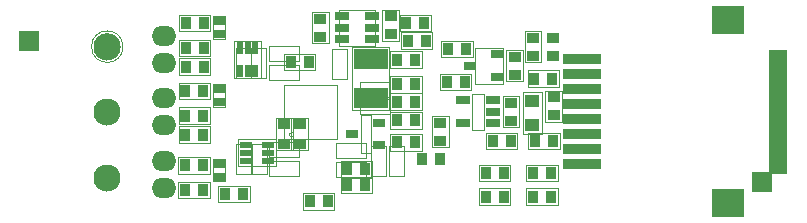
<source format=gts>
G04*
G04 #@! TF.GenerationSoftware,Altium Limited,Altium Designer,24.10.1 (45)*
G04*
G04 Layer_Color=8388736*
%FSLAX44Y44*%
%MOMM*%
G71*
G04*
G04 #@! TF.SameCoordinates,4BF9AD32-D27A-42C2-B849-32530D397306*
G04*
G04*
G04 #@! TF.FilePolarity,Negative*
G04*
G01*
G75*
%ADD11C,0.1000*%
%ADD25R,1.6000X10.5000*%
%ADD26C,0.0100*%
%ADD27R,1.1000X0.8500*%
%ADD28R,3.3032X0.9632*%
%ADD29R,0.8500X1.1000*%
%ADD30R,1.1000X0.8000*%
%ADD31R,1.7032X1.7032*%
%ADD32R,1.0000X0.5000*%
%ADD33R,0.5000X1.0000*%
%ADD34R,1.3000X1.1000*%
%ADD35R,1.1000X0.7000*%
%ADD36R,1.2000X0.7000*%
%ADD37R,2.9000X1.7000*%
%ADD38R,2.7032X2.4032*%
%ADD39O,2.1000X1.7000*%
%ADD40C,2.3000*%
%ADD41C,1.2032*%
D11*
X87000Y55000D02*
G03*
X87000Y55000I-11000J0D01*
G01*
D25*
X644000Y0D02*
D03*
D26*
X234030Y-19685D02*
G03*
X234030Y-19685I-1905J0D01*
G01*
X89335Y55000D02*
G03*
X89335Y55000I-13335J0D01*
G01*
X136665Y31015D02*
X163335D01*
X136665D02*
Y44985D01*
X163335D01*
Y31015D02*
Y44985D01*
X136665Y81985D02*
X163335D01*
Y68015D02*
Y81985D01*
X136665Y68015D02*
X163335D01*
X136665D02*
Y81985D01*
X165920Y61475D02*
Y80525D01*
X176080D01*
Y61475D02*
Y80525D01*
X165920Y61475D02*
X176080D01*
X136665Y47015D02*
X163335D01*
X136665D02*
Y60985D01*
X163335D01*
Y47015D02*
Y60985D01*
X169963Y-76571D02*
Y-62601D01*
Y-76571D02*
X196633D01*
Y-62601D01*
X169963D02*
X196633D01*
X165580Y-58975D02*
X175740D01*
Y-39925D01*
X165580D02*
X175740D01*
X165580Y-58975D02*
Y-39925D01*
X225775Y-22860D02*
X270225D01*
Y22860D01*
X225775D02*
X270225D01*
X225775Y-22860D02*
Y22860D01*
X225665Y48985D02*
X252335D01*
Y35015D02*
Y48985D01*
X225665Y35015D02*
X252335D01*
X225665D02*
Y48985D01*
X245985Y-32335D02*
Y-5665D01*
X232015Y-32335D02*
X245985D01*
X232015D02*
Y-5665D01*
X245985D01*
X279350Y27300D02*
Y52700D01*
X266650Y27300D02*
X279350D01*
X266650D02*
Y52700D01*
X279350D01*
X290300Y12650D02*
X315700D01*
X290300D02*
Y25350D01*
X315700D01*
Y12650D02*
Y25350D01*
X312350Y-54700D02*
Y-29300D01*
X299650Y-54700D02*
X312350D01*
X299650D02*
Y-29300D01*
X312350D01*
X327350Y-54700D02*
Y-29300D01*
X314650Y-54700D02*
X327350D01*
X314650D02*
Y-29300D01*
X327350D01*
X269300Y-55350D02*
X294700D01*
X269300D02*
Y-42650D01*
X294700D01*
Y-55350D02*
Y-42650D01*
X269300Y-39350D02*
X294700D01*
X269300D02*
Y-26650D01*
X294700D01*
Y-39350D02*
Y-26650D01*
X197350Y-52700D02*
Y-27300D01*
X184650Y-52700D02*
X197350D01*
X184650D02*
Y-27300D01*
X197350D01*
X213300Y-41650D02*
X238700D01*
Y-54350D02*
Y-41650D01*
X213300Y-54350D02*
X238700D01*
X213300D02*
Y-41650D01*
X198650Y-52700D02*
Y-27300D01*
X211350D01*
Y-52700D02*
Y-27300D01*
X198650Y-52700D02*
X211350D01*
X213300Y-25650D02*
X238700D01*
Y-38350D02*
Y-25650D01*
X213300Y-38350D02*
X238700D01*
X213300D02*
Y-25650D01*
X232985Y-32335D02*
Y-5665D01*
X219015Y-32335D02*
X232985D01*
X219015D02*
Y-5665D01*
X232985D01*
X197650Y53700D02*
X210350D01*
X197650Y28300D02*
Y53700D01*
Y28300D02*
X210350D01*
Y53700D01*
X213300Y39350D02*
X238700D01*
Y26650D02*
Y39350D01*
X213300Y26650D02*
X238700D01*
X213300D02*
Y39350D01*
Y55350D02*
X238700D01*
Y42650D02*
Y55350D01*
X213300Y42650D02*
X238700D01*
X213300D02*
Y55350D01*
X184650Y28300D02*
Y53700D01*
X197350D01*
Y28300D02*
Y53700D01*
X184650Y28300D02*
X197350D01*
X430665Y-78985D02*
X457335D01*
X430665D02*
Y-65015D01*
X457335D01*
Y-78985D02*
Y-65015D01*
X430665Y-58985D02*
X457335D01*
X430665D02*
Y-45015D01*
X457335D01*
Y-58985D02*
Y-45015D01*
X136395Y24535D02*
X163065D01*
Y10565D02*
Y24535D01*
X136395Y10565D02*
X163065Y10565D01*
X136395Y10565D02*
Y24535D01*
Y-26435D02*
X163065D01*
X136395D02*
Y-12465D01*
X163065D01*
Y-26435D02*
Y-12465D01*
X136395Y-10435D02*
X163065D01*
X136395Y3535D02*
X136395Y-10435D01*
X136395Y3535D02*
X163065D01*
Y-10435D02*
Y3535D01*
X165650Y4025D02*
Y23075D01*
X175810D01*
Y4025D02*
Y23075D01*
X165650Y4025D02*
X175810D01*
X136325Y-38465D02*
X162995D01*
Y-52435D02*
Y-38465D01*
X136325Y-52435D02*
X162995D01*
X136325D02*
Y-38465D01*
Y-73435D02*
X162995D01*
X136325D02*
Y-59465D01*
X162995D01*
Y-73435D02*
Y-59465D01*
X273665Y-55985D02*
X300335D01*
X273665D02*
Y-42015D01*
X300335D01*
Y-55985D02*
Y-42015D01*
X315665Y15475D02*
X342335D01*
Y1505D02*
Y15475D01*
X315665Y1505D02*
X342335D01*
X315665D02*
Y15475D01*
X187125Y-46430D02*
X218875D01*
X187125D02*
Y-23570D01*
X218875D01*
Y-46430D02*
Y-23570D01*
X183570Y28125D02*
Y59875D01*
X206430D01*
Y28125D02*
Y59875D01*
X183570Y28125D02*
X206430D01*
X427745Y-18780D02*
Y16780D01*
X444255D01*
Y-18780D02*
Y16780D01*
X427745Y-18780D02*
X444255D01*
X299445Y-34875D02*
Y-3125D01*
X290555D02*
X299445D01*
X290555Y-34875D02*
Y-3125D01*
Y-34875D02*
X299445D01*
X458585Y21015D02*
Y34985D01*
X431915D02*
X458585D01*
X431915Y21015D02*
Y34985D01*
Y21015D02*
X458585D01*
X429515Y41665D02*
X443485D01*
Y68335D01*
X429515D02*
X443485D01*
X429515Y41665D02*
Y68335D01*
X390665Y-78985D02*
Y-65015D01*
Y-78985D02*
X417335D01*
Y-65015D01*
X390665D02*
X417335D01*
X273665Y-68985D02*
Y-55015D01*
Y-68985D02*
X300335D01*
Y-55015D01*
X273665D02*
X300335D01*
X390665Y-58985D02*
Y-45015D01*
Y-58985D02*
X417335D01*
Y-45015D01*
X390665D02*
X417335D01*
X342335Y-19015D02*
X342335Y-32985D01*
X315665Y-19015D02*
X342335D01*
X315665Y-32985D02*
Y-19015D01*
Y-32985D02*
X342335Y-32985D01*
X323665Y81985D02*
X323665Y68015D01*
X350335D01*
X350335Y81985D01*
X323665D02*
X350335D01*
X351335Y53015D02*
X351335Y66985D01*
X324665Y66985D02*
X351335Y66985D01*
X324665Y53015D02*
Y66985D01*
Y53015D02*
X351335D01*
X414015Y52335D02*
X427985D01*
X414015Y25665D02*
Y52335D01*
Y25665D02*
X427985D01*
Y52335D01*
X411015Y-13335D02*
X424985D01*
Y13335D01*
X411015D02*
X424985D01*
X411015Y-13335D02*
Y13335D01*
X241665Y-82985D02*
Y-69015D01*
Y-82985D02*
X268335D01*
Y-69015D01*
X241665D02*
X268335D01*
X302730Y55760D02*
Y86240D01*
X272250Y86240D02*
X302730Y86240D01*
X272250Y86240D02*
X272250Y55760D01*
X302730D01*
X395080Y-15240D02*
Y15240D01*
X384920D02*
X395080D01*
X384920Y-15240D02*
Y15240D01*
Y-15240D02*
X395080D01*
X283125Y54670D02*
X314875D01*
X283125Y1330D02*
Y54670D01*
Y1330D02*
X314875D01*
Y54670D01*
X387000Y23760D02*
Y54240D01*
X410875D01*
Y23760D02*
Y54240D01*
X387000Y23760D02*
X410875D01*
X432665Y-31985D02*
Y-18015D01*
Y-31985D02*
X459335D01*
Y-18015D01*
X432665D02*
X459335D01*
X351015Y-3665D02*
X364985D01*
X351015Y-30335D02*
Y-3665D01*
Y-30335D02*
X364985D01*
Y-3665D01*
X447015Y17835D02*
X460985D01*
X447015Y-8835D02*
Y17835D01*
Y-8835D02*
X460985D01*
Y17835D01*
X342335Y-14495D02*
Y-525D01*
X315665D02*
X342335D01*
X315665Y-14495D02*
Y-525D01*
Y-14495D02*
X342335D01*
X342335Y29985D02*
X342335Y16015D01*
X315665Y29985D02*
X342335D01*
X315665Y16015D02*
Y29985D01*
Y16015D02*
X342335Y16015D01*
X249505Y57665D02*
X263475D01*
Y84335D01*
X249505D02*
X263475D01*
X249505Y57665D02*
Y84335D01*
X309015Y59665D02*
X322985D01*
Y86335D01*
X309015D02*
X322985D01*
X309015Y59665D02*
Y86335D01*
X358967Y45967D02*
Y59937D01*
Y45967D02*
X385637D01*
Y59937D01*
X358967D02*
X385637D01*
X315665Y37015D02*
Y50985D01*
Y37015D02*
X342335D01*
Y50985D01*
X315665D02*
X342335D01*
X357665Y18015D02*
Y31985D01*
Y18015D02*
X384335D01*
Y31985D01*
X357665D02*
X384335D01*
X396665Y-31985D02*
Y-18015D01*
Y-31985D02*
X423335D01*
Y-18015D01*
X396665D02*
X423335D01*
X290300Y-2350D02*
Y10350D01*
Y-2350D02*
X315700D01*
Y10350D01*
X290300D02*
X315700D01*
D27*
X453000Y47380D02*
D03*
Y62620D02*
D03*
X239000Y-10380D02*
D03*
Y-27620D02*
D03*
X226000Y-10380D02*
D03*
Y-27620D02*
D03*
X436500Y62620D02*
D03*
Y47380D02*
D03*
X421000Y31380D02*
D03*
Y46620D02*
D03*
X418000Y7620D02*
D03*
Y-7620D02*
D03*
X358000Y-24620D02*
D03*
Y-9380D02*
D03*
X454000Y-3120D02*
D03*
Y12120D02*
D03*
X256490Y78620D02*
D03*
Y63380D02*
D03*
X316000Y80620D02*
D03*
Y65380D02*
D03*
D28*
X478000Y-44450D02*
D03*
Y-31750D02*
D03*
Y44450D02*
D03*
Y31750D02*
D03*
Y19050D02*
D03*
Y-6350D02*
D03*
Y-19050D02*
D03*
Y6350D02*
D03*
D29*
X157620Y38000D02*
D03*
X142380D02*
D03*
Y75000D02*
D03*
X157620D02*
D03*
Y54000D02*
D03*
X142380D02*
D03*
X190918Y-69586D02*
D03*
X175678D02*
D03*
X342380Y-40000D02*
D03*
X357620D02*
D03*
X231380Y42000D02*
D03*
X246620D02*
D03*
X451620Y-72000D02*
D03*
X436380D02*
D03*
X451620Y-52000D02*
D03*
X436380D02*
D03*
X142110Y17550D02*
D03*
X157350D02*
D03*
Y-19450D02*
D03*
X142110D02*
D03*
X157350Y-3450D02*
D03*
X142110D02*
D03*
X142040Y-45450D02*
D03*
X157280D02*
D03*
Y-66450D02*
D03*
X142040D02*
D03*
X294620Y-49000D02*
D03*
X279380D02*
D03*
X321380Y8490D02*
D03*
X336620D02*
D03*
X437630Y28000D02*
D03*
X452870D02*
D03*
X411620Y-72000D02*
D03*
X396380D02*
D03*
X294620Y-62000D02*
D03*
X279380D02*
D03*
X411620Y-52000D02*
D03*
X396380D02*
D03*
X321380Y-26000D02*
D03*
X336620D02*
D03*
X344620Y75000D02*
D03*
X329380D02*
D03*
X330380Y60000D02*
D03*
X345620D02*
D03*
X262620Y-76000D02*
D03*
X247380D02*
D03*
X453620Y-25000D02*
D03*
X438380D02*
D03*
X321380Y-7510D02*
D03*
X336620D02*
D03*
X321380Y23000D02*
D03*
X336620D02*
D03*
X379922Y52952D02*
D03*
X364682D02*
D03*
X336620Y44000D02*
D03*
X321380D02*
D03*
X378620Y25000D02*
D03*
X363380D02*
D03*
X417620Y-25000D02*
D03*
X402380D02*
D03*
D30*
X171000Y65500D02*
D03*
Y76500D02*
D03*
X170660Y-43950D02*
D03*
Y-54950D02*
D03*
X170730Y8050D02*
D03*
Y19050D02*
D03*
D31*
X630000Y-60000D02*
D03*
X10000Y60000D02*
D03*
D32*
X212525Y-41500D02*
D03*
Y-35000D02*
D03*
Y-28500D02*
D03*
X193475D02*
D03*
Y-35000D02*
D03*
Y-41500D02*
D03*
D33*
X188500Y34475D02*
D03*
X195000D02*
D03*
X201500D02*
D03*
Y53525D02*
D03*
X195000D02*
D03*
X188500D02*
D03*
D34*
X436000Y-11160D02*
D03*
Y9160D02*
D03*
D35*
X306430Y-9475D02*
D03*
X283570Y-19000D02*
D03*
X306430Y-28525D02*
D03*
X383570Y39000D02*
D03*
X406430Y48525D02*
D03*
Y29475D02*
D03*
D36*
X274790Y61475D02*
D03*
X274790Y71000D02*
D03*
Y80525D02*
D03*
X300190Y80525D02*
D03*
Y71000D02*
D03*
Y61475D02*
D03*
X377300Y-9525D02*
D03*
Y9525D02*
D03*
X402700D02*
D03*
Y0D02*
D03*
Y-9525D02*
D03*
D37*
X299000Y11490D02*
D03*
Y44510D02*
D03*
D38*
X602000Y-77800D02*
D03*
Y77800D02*
D03*
D39*
X123660Y-64450D02*
D03*
Y-41450D02*
D03*
X123730Y-11450D02*
D03*
X123730Y11550D02*
D03*
X124000Y41000D02*
D03*
Y64000D02*
D03*
D40*
X76000Y-56000D02*
D03*
Y-500D02*
D03*
Y55000D02*
D03*
D41*
X644000Y0D02*
D03*
Y-45000D02*
D03*
Y45000D02*
D03*
M02*

</source>
